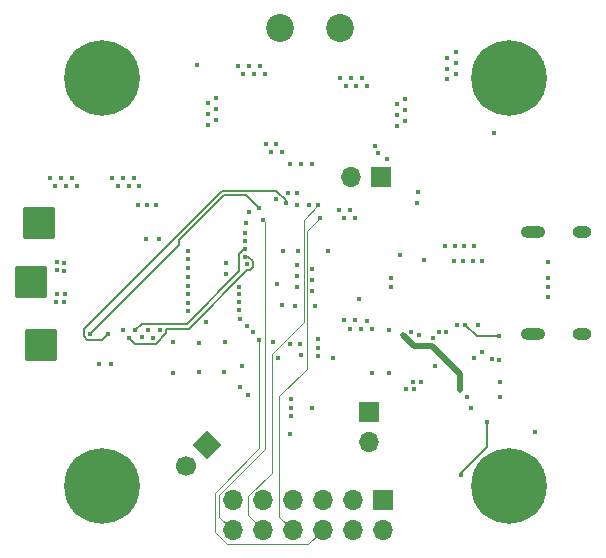
<source format=gbr>
%TF.GenerationSoftware,KiCad,Pcbnew,7.0.9*%
%TF.CreationDate,2024-02-12T03:50:36+01:00*%
%TF.ProjectId,MTR_Tiny_MD,4d54525f-5469-46e7-995f-4d442e6b6963,rev?*%
%TF.SameCoordinates,Original*%
%TF.FileFunction,Copper,L3,Inr*%
%TF.FilePolarity,Positive*%
%FSLAX46Y46*%
G04 Gerber Fmt 4.6, Leading zero omitted, Abs format (unit mm)*
G04 Created by KiCad (PCBNEW 7.0.9) date 2024-02-12 03:50:36*
%MOMM*%
%LPD*%
G01*
G04 APERTURE LIST*
G04 Aperture macros list*
%AMRoundRect*
0 Rectangle with rounded corners*
0 $1 Rounding radius*
0 $2 $3 $4 $5 $6 $7 $8 $9 X,Y pos of 4 corners*
0 Add a 4 corners polygon primitive as box body*
4,1,4,$2,$3,$4,$5,$6,$7,$8,$9,$2,$3,0*
0 Add four circle primitives for the rounded corners*
1,1,$1+$1,$2,$3*
1,1,$1+$1,$4,$5*
1,1,$1+$1,$6,$7*
1,1,$1+$1,$8,$9*
0 Add four rect primitives between the rounded corners*
20,1,$1+$1,$2,$3,$4,$5,0*
20,1,$1+$1,$4,$5,$6,$7,0*
20,1,$1+$1,$6,$7,$8,$9,0*
20,1,$1+$1,$8,$9,$2,$3,0*%
%AMHorizOval*
0 Thick line with rounded ends*
0 $1 width*
0 $2 $3 position (X,Y) of the first rounded end (center of the circle)*
0 $4 $5 position (X,Y) of the second rounded end (center of the circle)*
0 Add line between two ends*
20,1,$1,$2,$3,$4,$5,0*
0 Add two circle primitives to create the rounded ends*
1,1,$1,$2,$3*
1,1,$1,$4,$5*%
%AMRotRect*
0 Rectangle, with rotation*
0 The origin of the aperture is its center*
0 $1 length*
0 $2 width*
0 $3 Rotation angle, in degrees counterclockwise*
0 Add horizontal line*
21,1,$1,$2,0,0,$3*%
G04 Aperture macros list end*
%TA.AperFunction,ComponentPad*%
%ADD10R,1.700000X1.700000*%
%TD*%
%TA.AperFunction,ComponentPad*%
%ADD11O,1.700000X1.700000*%
%TD*%
%TA.AperFunction,ComponentPad*%
%ADD12RoundRect,0.165000X1.210000X-1.210000X1.210000X1.210000X-1.210000X1.210000X-1.210000X-1.210000X0*%
%TD*%
%TA.AperFunction,ComponentPad*%
%ADD13C,0.800000*%
%TD*%
%TA.AperFunction,ComponentPad*%
%ADD14C,6.400000*%
%TD*%
%TA.AperFunction,ComponentPad*%
%ADD15C,2.362200*%
%TD*%
%TA.AperFunction,ComponentPad*%
%ADD16O,2.100000X1.000000*%
%TD*%
%TA.AperFunction,ComponentPad*%
%ADD17O,1.600000X1.000000*%
%TD*%
%TA.AperFunction,ComponentPad*%
%ADD18RotRect,1.700000X1.700000X315.000000*%
%TD*%
%TA.AperFunction,ComponentPad*%
%ADD19HorizOval,1.700000X0.000000X0.000000X0.000000X0.000000X0*%
%TD*%
%TA.AperFunction,ViaPad*%
%ADD20C,0.450000*%
%TD*%
%TA.AperFunction,Conductor*%
%ADD21C,0.100000*%
%TD*%
%TA.AperFunction,Conductor*%
%ADD22C,0.200000*%
%TD*%
%TA.AperFunction,Conductor*%
%ADD23C,0.500000*%
%TD*%
G04 APERTURE END LIST*
D10*
%TO.N,GND*%
%TO.C,J5*%
X110400000Y-111025000D03*
D11*
%TO.N,DOUT*%
X110400000Y-113565000D03*
%TD*%
D12*
%TO.N,OUTC*%
%TO.C,H12*%
X82620000Y-105310000D03*
%TD*%
D13*
%TO.N,GND*%
%TO.C,H1*%
X119850000Y-117250000D03*
X120552944Y-115552944D03*
X120552944Y-118947056D03*
X122250000Y-114850000D03*
D14*
X122250000Y-117250000D03*
D13*
X122250000Y-119650000D03*
X123947056Y-115552944D03*
X123947056Y-118947056D03*
X124650000Y-117250000D03*
%TD*%
%TO.N,GND*%
%TO.C,H3*%
X119850000Y-82750000D03*
X120552944Y-81052944D03*
X120552944Y-84447056D03*
X122250000Y-80350000D03*
D14*
X122250000Y-82750000D03*
D13*
X122250000Y-85150000D03*
X123947056Y-81052944D03*
X123947056Y-84447056D03*
X124650000Y-82750000D03*
%TD*%
%TO.N,GND*%
%TO.C,H8*%
X85350000Y-82750000D03*
X86052944Y-81052944D03*
X86052944Y-84447056D03*
X87750000Y-80350000D03*
D14*
X87750000Y-82750000D03*
D13*
X87750000Y-85150000D03*
X89447056Y-81052944D03*
X89447056Y-84447056D03*
X90150000Y-82750000D03*
%TD*%
%TO.N,GND*%
%TO.C,H9*%
X85350000Y-117250000D03*
X86052944Y-115552944D03*
X86052944Y-118947056D03*
X87750000Y-114850000D03*
D14*
X87750000Y-117250000D03*
D13*
X87750000Y-119650000D03*
X89447056Y-115552944D03*
X89447056Y-118947056D03*
X90150000Y-117250000D03*
%TD*%
D15*
%TO.N,/VM*%
%TO.C,J6*%
X107890000Y-78450000D03*
%TO.N,GND*%
X102890000Y-78450000D03*
%TD*%
D16*
%TO.N,unconnected-(J1-SHIELD-PadS1)*%
%TO.C,J1*%
X124280000Y-104370000D03*
D17*
X128460000Y-104370000D03*
D16*
X124280000Y-95730000D03*
D17*
X128460000Y-95730000D03*
%TD*%
D18*
%TO.N,SWD*%
%TO.C,J3*%
X96700000Y-113800000D03*
D19*
%TO.N,SWCLK*%
X94903949Y-115596051D03*
%TD*%
D10*
%TO.N,3V3_BUCK*%
%TO.C,J2*%
X111540000Y-118450000D03*
D11*
%TO.N,GND*%
X111540000Y-120990000D03*
%TO.N,GPIO23*%
X109000000Y-118450000D03*
%TO.N,GPIO21*%
X109000000Y-120990000D03*
%TO.N,+VBUS_OUT*%
X106460000Y-118450000D03*
%TO.N,GPIO20*%
X106460000Y-120990000D03*
%TO.N,GPIO25*%
X103920000Y-118450000D03*
%TO.N,GPIO2*%
X103920000Y-120990000D03*
%TO.N,GPIO24*%
X101380000Y-118450000D03*
%TO.N,GPIO3*%
X101380000Y-120990000D03*
%TO.N,GPIO22*%
X98840000Y-118450000D03*
%TO.N,GPIO9*%
X98840000Y-120990000D03*
%TD*%
D12*
%TO.N,OUTB*%
%TO.C,H11*%
X81740000Y-100030000D03*
%TD*%
%TO.N,OUTA*%
%TO.C,H10*%
X82440000Y-95030000D03*
%TD*%
D10*
%TO.N,UART_TX*%
%TO.C,J4*%
X111400000Y-91100000D03*
D11*
%TO.N,UART_RX*%
X108860000Y-91100000D03*
%TD*%
D20*
%TO.N,+1V1*%
X102600000Y-100175000D03*
X98300000Y-99325000D03*
X109507082Y-101412452D03*
%TO.N,3V3_BUCK*%
X108775000Y-93900000D03*
X103000000Y-88975000D03*
X109225000Y-94600000D03*
X112725000Y-85850000D03*
X109225000Y-103250000D03*
X108300000Y-103250000D03*
X121425000Y-106575000D03*
X110200000Y-103300000D03*
X112725000Y-86775000D03*
X104275000Y-92450000D03*
X121450000Y-108500000D03*
X114450000Y-93305000D03*
X110600000Y-103950000D03*
X108300000Y-94600000D03*
X113425000Y-84475000D03*
X95800000Y-81625000D03*
X103550000Y-92450000D03*
X88575000Y-106900000D03*
X103775000Y-109925000D03*
X113425000Y-86325000D03*
X98300000Y-98403750D03*
X103750000Y-110675000D03*
X119300469Y-106449000D03*
X120975000Y-87350000D03*
X113425000Y-85400000D03*
X103750000Y-111375000D03*
X104365000Y-97347100D03*
X103095000Y-97347100D03*
X102650000Y-106400000D03*
X101625000Y-88275000D03*
X108750000Y-103950000D03*
X109675000Y-103950000D03*
X102075000Y-88975000D03*
X102550000Y-88275000D03*
X107850000Y-93900000D03*
X112725000Y-84925000D03*
%TO.N,Current_A*%
X95050000Y-97350000D03*
X93750000Y-105050000D03*
%TO.N,Current_B*%
X95950000Y-105150000D03*
X95096127Y-98045630D03*
%TO.N,Current_C*%
X95091757Y-98791757D03*
X98150000Y-105050000D03*
%TO.N,VREF*%
X95100000Y-99550000D03*
X107349500Y-106425000D03*
X96545878Y-103354122D03*
%TO.N,DOUT*%
X103675000Y-112900000D03*
%TO.N,GPIO25*%
X105550000Y-110625000D03*
%TO.N,USB_D+*%
X125500000Y-99700000D03*
X112280000Y-99700000D03*
%TO.N,USB_D-*%
X125500000Y-100400000D03*
X112280000Y-100400000D03*
%TO.N,GPIO24*%
X104665322Y-106162026D03*
%TO.N,GPIO22*%
X103674500Y-105250000D03*
%TO.N,GPIO9*%
X101435523Y-94764477D03*
%TO.N,GPIO3*%
X106100000Y-93500000D03*
%TO.N,GPIO2*%
X106275500Y-94550000D03*
%TO.N,GPIO20*%
X101100000Y-104900000D03*
%TO.N,GPIO21*%
X102250000Y-105100000D03*
%TO.N,SWD*%
X99413337Y-101053153D03*
%TO.N,SWCLK*%
X99403721Y-100403722D03*
%TO.N,RUN*%
X118150000Y-116350000D03*
X120350000Y-111825000D03*
X99398827Y-101702494D03*
%TO.N,nFAULT*%
X102500000Y-92950000D03*
X87550000Y-106950000D03*
%TO.N,I2C_SDA*%
X105850000Y-102025000D03*
X105300000Y-93500000D03*
X119925000Y-98224500D03*
X111950000Y-89575000D03*
%TO.N,I2C_SCL*%
X119175000Y-98224500D03*
X111161833Y-89081555D03*
X104100000Y-102000000D03*
X104250000Y-93500000D03*
%TO.N,nSLEEP*%
X88250000Y-104400000D03*
X103360523Y-93289477D03*
%TO.N,DRVOFF*%
X101100000Y-93750000D03*
X86750000Y-104375000D03*
%TO.N,INLC*%
X92699000Y-104081112D03*
X100250000Y-94100000D03*
%TO.N,INHC*%
X92125000Y-104700000D03*
X99950000Y-95000000D03*
%TO.N,INLB*%
X91649500Y-104100000D03*
X99924500Y-95890475D03*
%TO.N,INHB*%
X91125000Y-104675000D03*
X99924500Y-96539978D03*
%TO.N,INLA*%
X99924500Y-97189481D03*
X90600000Y-104100000D03*
%TO.N,INHA*%
X99924500Y-97838984D03*
X90075000Y-104700000D03*
%TO.N,SPI_MISO*%
X95075000Y-102475000D03*
X99400004Y-102351995D03*
%TO.N,SPI_SS*%
X95100000Y-100300000D03*
X99450000Y-103100000D03*
%TO.N,SPI_SCK*%
X95100000Y-101050000D03*
X100050000Y-103700000D03*
%TO.N,SPI_MOSI*%
X100600000Y-104250000D03*
X95075000Y-101775000D03*
%TO.N,DIR_Pin*%
X103025000Y-101975000D03*
%TO.N,GPIO23*%
X104500000Y-105250000D03*
X124400000Y-112700000D03*
%TO.N,Net-(U1-GPIO26_ADC0)*%
X106024500Y-104850000D03*
X93750000Y-107675000D03*
%TO.N,Net-(U1-GPIO27_ADC1)*%
X106062250Y-105553151D03*
X95975000Y-107575000D03*
%TO.N,Net-(U1-GPIO28_ADC2)*%
X98125000Y-107600000D03*
X106100000Y-106300000D03*
%TO.N,+VBUS_OUT*%
X114105885Y-108505885D03*
X113524500Y-109075000D03*
X114225000Y-109075000D03*
X114796947Y-108505885D03*
%TO.N,VBUS_MIN*%
X115816207Y-104735585D03*
%TO.N,ISNK_FINE*%
X119603575Y-103625500D03*
X119000000Y-110675000D03*
%TO.N,ALIM*%
X99275000Y-81675000D03*
X99725000Y-82375000D03*
X89100000Y-91900000D03*
X101575000Y-82375000D03*
X101125000Y-81675000D03*
X88650000Y-91200000D03*
X100200000Y-81675000D03*
X100650000Y-82375000D03*
X117725000Y-81475000D03*
X117725000Y-82400000D03*
X90025000Y-91900000D03*
X117025000Y-81925000D03*
X89575000Y-91200000D03*
X117025000Y-81000000D03*
X120775709Y-106558511D03*
X90950000Y-91900000D03*
X117025000Y-82850000D03*
X90500000Y-91200000D03*
X117725000Y-80550000D03*
%TO.N,+VBUS_FET_EN*%
X116927796Y-104214207D03*
X119925500Y-105924500D03*
%TO.N,GATE*%
X118686622Y-109711622D03*
X113908148Y-104246945D03*
%TO.N,SAFE_PWR_EN*%
X117825000Y-103625500D03*
%TO.N,SOURCE*%
X112050000Y-107725000D03*
X114625000Y-104500000D03*
%TO.N,/CC1*%
X117575081Y-98224500D03*
X125525000Y-101300000D03*
%TO.N,/CC2*%
X118302241Y-98224500D03*
X125525000Y-98300000D03*
%TO.N,GND*%
X84600000Y-98425000D03*
X103725000Y-90025000D03*
X104650000Y-90025000D03*
X97450000Y-85325000D03*
X110675000Y-107725000D03*
X84725000Y-91875000D03*
X115965500Y-107124500D03*
X96750000Y-84850000D03*
X92325000Y-93450000D03*
X108400000Y-83400000D03*
X105550000Y-98900000D03*
X99423819Y-108849500D03*
X113000000Y-97700000D03*
X104325000Y-99475000D03*
X96750000Y-86700000D03*
X107950000Y-82700000D03*
X100150000Y-109550000D03*
X89534311Y-104075626D03*
X112050000Y-104050000D03*
X84600000Y-99075000D03*
X108875000Y-82700000D03*
X105550000Y-100750000D03*
X84650000Y-101050000D03*
X85650000Y-91875000D03*
X110925000Y-88450000D03*
X84525000Y-101675000D03*
X105575000Y-90025000D03*
X106875000Y-97350000D03*
X83875000Y-101675000D03*
X96750000Y-85775000D03*
X100053721Y-98475500D03*
X105550000Y-99825000D03*
X90825000Y-93449500D03*
X83800000Y-91875000D03*
X92594990Y-96369990D03*
X97450000Y-84400000D03*
X83350000Y-91175000D03*
X84275000Y-91175000D03*
X110250000Y-83400000D03*
X85200000Y-91175000D03*
X104325000Y-98550000D03*
X115075000Y-98175000D03*
X104325000Y-100400000D03*
X109800000Y-82700000D03*
X91575000Y-93450000D03*
X114500000Y-92375000D03*
X84000000Y-101050000D03*
X99625000Y-107125500D03*
X83975000Y-98950000D03*
X83975000Y-98300000D03*
X121450000Y-109775000D03*
X91491622Y-96366622D03*
X97450000Y-86250000D03*
X109325000Y-83400000D03*
%TO.N,ISNK_COARSE*%
X121425000Y-104600000D03*
X118544319Y-103614638D03*
%TO.N,VBUS_MAX*%
X116278490Y-104198242D03*
%TO.N,+VBUS*%
X118425000Y-96924500D03*
X117650000Y-96924500D03*
X119250000Y-96925000D03*
X116825000Y-96924000D03*
%TO.N,DRAIN_1*%
X118075000Y-109100000D03*
X113300000Y-104475000D03*
%TD*%
D21*
%TO.N,GPIO9*%
X97725000Y-118009365D02*
X97725000Y-119875000D01*
X101575000Y-114159365D02*
X97725000Y-118009365D01*
X101575000Y-94903954D02*
X101575000Y-114159365D01*
X101435523Y-94764477D02*
X101575000Y-94903954D01*
X97725000Y-119875000D02*
X98840000Y-120990000D01*
%TO.N,GPIO3*%
X104840000Y-103412748D02*
X102142817Y-106109931D01*
X102142817Y-106109931D02*
X102142817Y-116131548D01*
X100150000Y-119760000D02*
X101380000Y-120990000D01*
X106100000Y-93500000D02*
X104840000Y-94760000D01*
X100150000Y-118124365D02*
X100150000Y-119760000D01*
X104840000Y-94760000D02*
X104840000Y-103412748D01*
X102142817Y-116131548D02*
X100150000Y-118124365D01*
%TO.N,GPIO2*%
X102800000Y-109675000D02*
X102800000Y-119870000D01*
X106275500Y-94550000D02*
X105140322Y-95685178D01*
X102800000Y-119870000D02*
X103920000Y-120990000D01*
X105140322Y-95685178D02*
X105140322Y-107334678D01*
X105140322Y-107334678D02*
X102800000Y-109675000D01*
%TO.N,GPIO20*%
X97325000Y-121172057D02*
X97325000Y-117843679D01*
X105260000Y-122190000D02*
X98342943Y-122190000D01*
X106460000Y-120990000D02*
X105260000Y-122190000D01*
X98342943Y-122190000D02*
X97325000Y-121172057D01*
X97325000Y-117843679D02*
X101100000Y-114068679D01*
X101100000Y-114068679D02*
X101100000Y-104900000D01*
D22*
%TO.N,RUN*%
X120350000Y-114000000D02*
X120350000Y-111825000D01*
X118150000Y-116200000D02*
X120350000Y-114000000D01*
X118150000Y-116350000D02*
X118150000Y-116200000D01*
%TO.N,nSLEEP*%
X87750000Y-104900000D02*
X86532537Y-104900000D01*
X102542463Y-92250000D02*
X103360523Y-93068060D01*
X88250000Y-104400000D02*
X87750000Y-104900000D01*
X86225000Y-104592463D02*
X86225000Y-103959315D01*
X86532537Y-104900000D02*
X86225000Y-104592463D01*
X97934315Y-92250000D02*
X102542463Y-92250000D01*
X103360523Y-93068060D02*
X103360523Y-93289477D01*
X86225000Y-103959315D02*
X97934315Y-92250000D01*
%TO.N,DRVOFF*%
X94300000Y-96450000D02*
X98100000Y-92650000D01*
X100000000Y-92650000D02*
X101100000Y-93750000D01*
X94300000Y-96825000D02*
X94300000Y-96450000D01*
X86750000Y-104375000D02*
X94300000Y-96825000D01*
X98100000Y-92650000D02*
X100000000Y-92650000D01*
%TO.N,INLA*%
X90600000Y-104100000D02*
X91143888Y-103556112D01*
X91143888Y-103556112D02*
X94936351Y-103556112D01*
X99399500Y-99092963D02*
X99399500Y-97621521D01*
X99831540Y-97189481D02*
X99924500Y-97189481D01*
X94936351Y-103556112D02*
X99399500Y-99092963D01*
X99399500Y-97621521D02*
X99831540Y-97189481D01*
%TO.N,INHA*%
X95102037Y-103956112D02*
X100057649Y-99000500D01*
X100159668Y-97838984D02*
X99924500Y-97838984D01*
X100578721Y-98258037D02*
X100159668Y-97838984D01*
X93224000Y-104343463D02*
X93224000Y-103956112D01*
X92342463Y-105225000D02*
X93224000Y-104343463D01*
X100271184Y-99000500D02*
X100578721Y-98692963D01*
X90600000Y-105225000D02*
X92342463Y-105225000D01*
X100057649Y-99000500D02*
X100271184Y-99000500D01*
X90075000Y-104700000D02*
X90600000Y-105225000D01*
X100578721Y-98692963D02*
X100578721Y-98258037D01*
X93224000Y-103956112D02*
X95102037Y-103956112D01*
%TO.N,ISNK_COARSE*%
X119529681Y-104600000D02*
X118544319Y-103614638D01*
X121425000Y-104600000D02*
X119529681Y-104600000D01*
D23*
%TO.N,DRAIN_1*%
X118075000Y-109100000D02*
X118075000Y-107775000D01*
X115700000Y-105400000D02*
X114225000Y-105400000D01*
X118075000Y-107775000D02*
X115700000Y-105400000D01*
X114225000Y-105400000D02*
X113300000Y-104475000D01*
%TD*%
M02*

</source>
